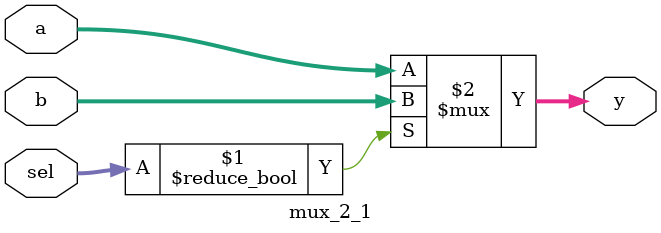
<source format=v>
module mux_2_1 #(parameter WIDTH = 32)(
    input [WIDTH-1:0] a,b,sel,
    output [WIDTH-1:0]  y
);

assign y = sel ? b : a;

endmodule
</source>
